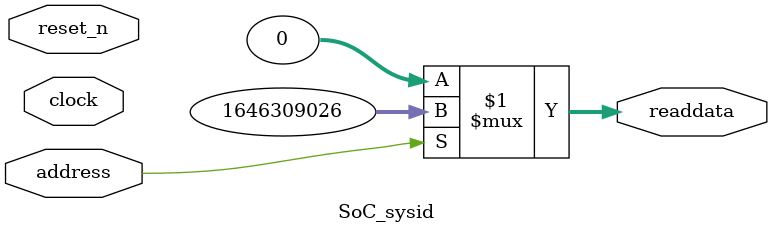
<source format=v>

`timescale 1ns / 1ps
// synthesis translate_on

// turn off superfluous verilog processor warnings 
// altera message_level Level1 
// altera message_off 10034 10035 10036 10037 10230 10240 10030 

module SoC_sysid (
               // inputs:
                address,
                clock,
                reset_n,

               // outputs:
                readdata
             )
;

  output  [ 31: 0] readdata;
  input            address;
  input            clock;
  input            reset_n;

  wire    [ 31: 0] readdata;
  //control_slave, which is an e_avalon_slave
  assign readdata = address ? 1646309026 : 0;

endmodule




</source>
